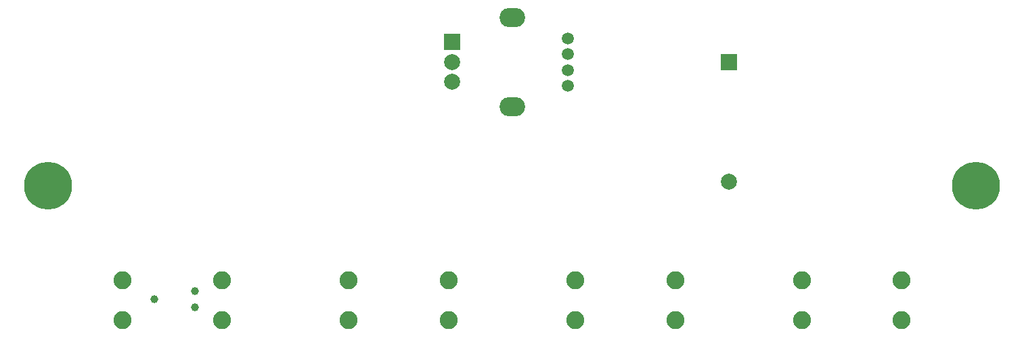
<source format=gbr>
%TF.GenerationSoftware,KiCad,Pcbnew,(5.99.0-6632-gb710573c5)*%
%TF.CreationDate,2020-12-08T22:19:28-05:00*%
%TF.ProjectId,zoom_pad,7a6f6f6d-5f70-4616-942e-6b696361645f,rev?*%
%TF.SameCoordinates,Original*%
%TF.FileFunction,Soldermask,Top*%
%TF.FilePolarity,Negative*%
%FSLAX46Y46*%
G04 Gerber Fmt 4.6, Leading zero omitted, Abs format (unit mm)*
G04 Created by KiCad (PCBNEW (5.99.0-6632-gb710573c5)) date 2020-12-08 22:19:28*
%MOMM*%
%LPD*%
G01*
G04 APERTURE LIST*
%ADD10C,2.250000*%
%ADD11C,2.000000*%
%ADD12R,2.000000X2.000000*%
%ADD13C,1.500000*%
%ADD14O,3.200000X2.400000*%
%ADD15C,0.990600*%
%ADD16C,6.000000*%
G04 APERTURE END LIST*
D10*
%TO.C,S2*%
X115083333Y-122500000D03*
X102583333Y-122500000D03*
X115083333Y-117500000D03*
X102583333Y-117500000D03*
%TD*%
D11*
%TO.C,BT1*%
X150165000Y-105160000D03*
D12*
X150165000Y-90170000D03*
%TD*%
D13*
%TO.C,SW1*%
X130000000Y-87170000D03*
X130000000Y-89170000D03*
X130000000Y-91170000D03*
X130000000Y-93170000D03*
D14*
X123000000Y-84570000D03*
X123000000Y-95770000D03*
D11*
X115500000Y-90170000D03*
X115500000Y-92670000D03*
D12*
X115500000Y-87670000D03*
%TD*%
D10*
%TO.C,S4*%
X171750000Y-122500000D03*
X159250000Y-122500000D03*
X171750000Y-117500000D03*
X159250000Y-117500000D03*
%TD*%
%TO.C,S3*%
X143416666Y-122500000D03*
X130916666Y-122500000D03*
X143416666Y-117500000D03*
X130916666Y-117500000D03*
%TD*%
%TO.C,S1*%
X86750000Y-122500000D03*
X74250000Y-122500000D03*
X86750000Y-117500000D03*
X74250000Y-117500000D03*
%TD*%
D15*
%TO.C,J2*%
X78232000Y-119888000D03*
X83312000Y-118872000D03*
X83312000Y-120904000D03*
%TD*%
D16*
%TO.C,H4*%
X65000000Y-105664000D03*
%TD*%
%TO.C,H3*%
X181000000Y-105664000D03*
%TD*%
M02*

</source>
